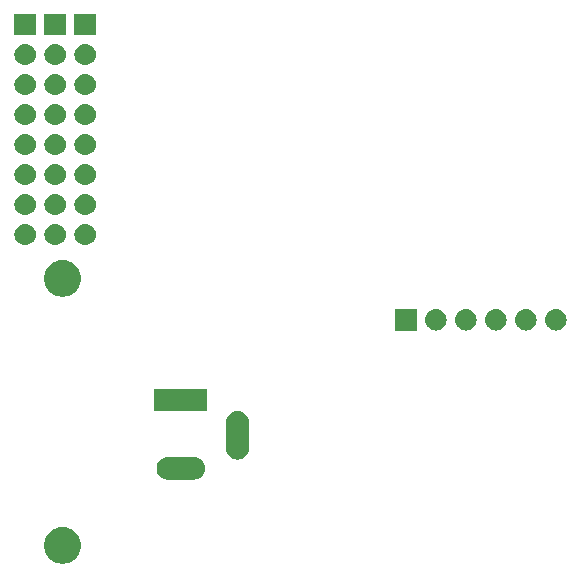
<source format=gbr>
G04 #@! TF.GenerationSoftware,KiCad,Pcbnew,5.1.1-8be2ce7~80~ubuntu18.04.1*
G04 #@! TF.CreationDate,2019-05-08T10:27:23+07:00*
G04 #@! TF.ProjectId,driver-servo-esp32,64726976-6572-42d7-9365-72766f2d6573,rev?*
G04 #@! TF.SameCoordinates,Original*
G04 #@! TF.FileFunction,Soldermask,Bot*
G04 #@! TF.FilePolarity,Negative*
%FSLAX46Y46*%
G04 Gerber Fmt 4.6, Leading zero omitted, Abs format (unit mm)*
G04 Created by KiCad (PCBNEW 5.1.1-8be2ce7~80~ubuntu18.04.1) date 2019-05-08 10:27:23*
%MOMM*%
%LPD*%
G04 APERTURE LIST*
%ADD10C,0.100000*%
G04 APERTURE END LIST*
D10*
G36*
X100911985Y-142567002D02*
G01*
X101061810Y-142596804D01*
X101344074Y-142713721D01*
X101598105Y-142883459D01*
X101814141Y-143099495D01*
X101983879Y-143353526D01*
X102100796Y-143635790D01*
X102160400Y-143935440D01*
X102160400Y-144240960D01*
X102100796Y-144540610D01*
X101983879Y-144822874D01*
X101814141Y-145076905D01*
X101598105Y-145292941D01*
X101344074Y-145462679D01*
X101061810Y-145579596D01*
X100911985Y-145609398D01*
X100762161Y-145639200D01*
X100456639Y-145639200D01*
X100306815Y-145609398D01*
X100156990Y-145579596D01*
X99874726Y-145462679D01*
X99620695Y-145292941D01*
X99404659Y-145076905D01*
X99234921Y-144822874D01*
X99118004Y-144540610D01*
X99058400Y-144240960D01*
X99058400Y-143935440D01*
X99118004Y-143635790D01*
X99234921Y-143353526D01*
X99404659Y-143099495D01*
X99620695Y-142883459D01*
X99874726Y-142713721D01*
X100156990Y-142596804D01*
X100306815Y-142567002D01*
X100456639Y-142537200D01*
X100762161Y-142537200D01*
X100911985Y-142567002D01*
X100911985Y-142567002D01*
G37*
G36*
X111928825Y-136637960D02*
G01*
X111928828Y-136637961D01*
X111928829Y-136637961D01*
X112108093Y-136692340D01*
X112108096Y-136692342D01*
X112108097Y-136692342D01*
X112273303Y-136780646D01*
X112418112Y-136899488D01*
X112536954Y-137044297D01*
X112625258Y-137209503D01*
X112625260Y-137209507D01*
X112679639Y-137388771D01*
X112679640Y-137388775D01*
X112698001Y-137575200D01*
X112679640Y-137761625D01*
X112679639Y-137761628D01*
X112679639Y-137761629D01*
X112625260Y-137940893D01*
X112625258Y-137940896D01*
X112625258Y-137940897D01*
X112536954Y-138106103D01*
X112418112Y-138250912D01*
X112273303Y-138369754D01*
X112108097Y-138458058D01*
X112108093Y-138458060D01*
X111928829Y-138512439D01*
X111928828Y-138512439D01*
X111928825Y-138512440D01*
X111789118Y-138526200D01*
X109495682Y-138526200D01*
X109355975Y-138512440D01*
X109355972Y-138512439D01*
X109355971Y-138512439D01*
X109176707Y-138458060D01*
X109176703Y-138458058D01*
X109011497Y-138369754D01*
X108866688Y-138250912D01*
X108747846Y-138106103D01*
X108659542Y-137940897D01*
X108659542Y-137940896D01*
X108659540Y-137940893D01*
X108605161Y-137761629D01*
X108605161Y-137761628D01*
X108605160Y-137761625D01*
X108586799Y-137575200D01*
X108605160Y-137388775D01*
X108605161Y-137388771D01*
X108659540Y-137209507D01*
X108659542Y-137209503D01*
X108747846Y-137044297D01*
X108866688Y-136899488D01*
X109011497Y-136780646D01*
X109176703Y-136692342D01*
X109176704Y-136692342D01*
X109176707Y-136692340D01*
X109355971Y-136637961D01*
X109355972Y-136637961D01*
X109355975Y-136637960D01*
X109495682Y-136624200D01*
X111789118Y-136624200D01*
X111928825Y-136637960D01*
X111928825Y-136637960D01*
G37*
G36*
X115628824Y-132737960D02*
G01*
X115628827Y-132737961D01*
X115628828Y-132737961D01*
X115808092Y-132792340D01*
X115808095Y-132792342D01*
X115808096Y-132792342D01*
X115973303Y-132880646D01*
X116118112Y-132999488D01*
X116236954Y-133144297D01*
X116325258Y-133309503D01*
X116325260Y-133309507D01*
X116325260Y-133309508D01*
X116379640Y-133488775D01*
X116393400Y-133628482D01*
X116393400Y-135921918D01*
X116379640Y-136061625D01*
X116379639Y-136061628D01*
X116379639Y-136061629D01*
X116325260Y-136240893D01*
X116325258Y-136240896D01*
X116325258Y-136240897D01*
X116236954Y-136406103D01*
X116118112Y-136550912D01*
X115973303Y-136669754D01*
X115808097Y-136758058D01*
X115808093Y-136758060D01*
X115628829Y-136812439D01*
X115628828Y-136812439D01*
X115628825Y-136812440D01*
X115442400Y-136830801D01*
X115255976Y-136812440D01*
X115255973Y-136812439D01*
X115255972Y-136812439D01*
X115076708Y-136758060D01*
X115076704Y-136758058D01*
X114911498Y-136669754D01*
X114766689Y-136550912D01*
X114647847Y-136406103D01*
X114559543Y-136240897D01*
X114559543Y-136240896D01*
X114559541Y-136240893D01*
X114505162Y-136061629D01*
X114505162Y-136061628D01*
X114505161Y-136061625D01*
X114491401Y-135921918D01*
X114491400Y-133628483D01*
X114505160Y-133488776D01*
X114505161Y-133488772D01*
X114559540Y-133309508D01*
X114559543Y-133309503D01*
X114647846Y-133144297D01*
X114766688Y-132999488D01*
X114911497Y-132880646D01*
X115076703Y-132792342D01*
X115076704Y-132792342D01*
X115076707Y-132792340D01*
X115255971Y-132737961D01*
X115255972Y-132737961D01*
X115255975Y-132737960D01*
X115442400Y-132719599D01*
X115628824Y-132737960D01*
X115628824Y-132737960D01*
G37*
G36*
X112893400Y-132726200D02*
G01*
X108391400Y-132726200D01*
X108391400Y-130824200D01*
X112893400Y-130824200D01*
X112893400Y-132726200D01*
X112893400Y-132726200D01*
G37*
G36*
X139970443Y-124105519D02*
G01*
X140036627Y-124112037D01*
X140206466Y-124163557D01*
X140362991Y-124247222D01*
X140398729Y-124276552D01*
X140500186Y-124359814D01*
X140583448Y-124461271D01*
X140612778Y-124497009D01*
X140696443Y-124653534D01*
X140747963Y-124823373D01*
X140765359Y-125000000D01*
X140747963Y-125176627D01*
X140696443Y-125346466D01*
X140612778Y-125502991D01*
X140583448Y-125538729D01*
X140500186Y-125640186D01*
X140398729Y-125723448D01*
X140362991Y-125752778D01*
X140206466Y-125836443D01*
X140036627Y-125887963D01*
X139970443Y-125894481D01*
X139904260Y-125901000D01*
X139815740Y-125901000D01*
X139749557Y-125894481D01*
X139683373Y-125887963D01*
X139513534Y-125836443D01*
X139357009Y-125752778D01*
X139321271Y-125723448D01*
X139219814Y-125640186D01*
X139136552Y-125538729D01*
X139107222Y-125502991D01*
X139023557Y-125346466D01*
X138972037Y-125176627D01*
X138954641Y-125000000D01*
X138972037Y-124823373D01*
X139023557Y-124653534D01*
X139107222Y-124497009D01*
X139136552Y-124461271D01*
X139219814Y-124359814D01*
X139321271Y-124276552D01*
X139357009Y-124247222D01*
X139513534Y-124163557D01*
X139683373Y-124112037D01*
X139749557Y-124105519D01*
X139815740Y-124099000D01*
X139904260Y-124099000D01*
X139970443Y-124105519D01*
X139970443Y-124105519D01*
G37*
G36*
X137430443Y-124105519D02*
G01*
X137496627Y-124112037D01*
X137666466Y-124163557D01*
X137822991Y-124247222D01*
X137858729Y-124276552D01*
X137960186Y-124359814D01*
X138043448Y-124461271D01*
X138072778Y-124497009D01*
X138156443Y-124653534D01*
X138207963Y-124823373D01*
X138225359Y-125000000D01*
X138207963Y-125176627D01*
X138156443Y-125346466D01*
X138072778Y-125502991D01*
X138043448Y-125538729D01*
X137960186Y-125640186D01*
X137858729Y-125723448D01*
X137822991Y-125752778D01*
X137666466Y-125836443D01*
X137496627Y-125887963D01*
X137430443Y-125894481D01*
X137364260Y-125901000D01*
X137275740Y-125901000D01*
X137209557Y-125894481D01*
X137143373Y-125887963D01*
X136973534Y-125836443D01*
X136817009Y-125752778D01*
X136781271Y-125723448D01*
X136679814Y-125640186D01*
X136596552Y-125538729D01*
X136567222Y-125502991D01*
X136483557Y-125346466D01*
X136432037Y-125176627D01*
X136414641Y-125000000D01*
X136432037Y-124823373D01*
X136483557Y-124653534D01*
X136567222Y-124497009D01*
X136596552Y-124461271D01*
X136679814Y-124359814D01*
X136781271Y-124276552D01*
X136817009Y-124247222D01*
X136973534Y-124163557D01*
X137143373Y-124112037D01*
X137209557Y-124105519D01*
X137275740Y-124099000D01*
X137364260Y-124099000D01*
X137430443Y-124105519D01*
X137430443Y-124105519D01*
G37*
G36*
X134890443Y-124105519D02*
G01*
X134956627Y-124112037D01*
X135126466Y-124163557D01*
X135282991Y-124247222D01*
X135318729Y-124276552D01*
X135420186Y-124359814D01*
X135503448Y-124461271D01*
X135532778Y-124497009D01*
X135616443Y-124653534D01*
X135667963Y-124823373D01*
X135685359Y-125000000D01*
X135667963Y-125176627D01*
X135616443Y-125346466D01*
X135532778Y-125502991D01*
X135503448Y-125538729D01*
X135420186Y-125640186D01*
X135318729Y-125723448D01*
X135282991Y-125752778D01*
X135126466Y-125836443D01*
X134956627Y-125887963D01*
X134890443Y-125894481D01*
X134824260Y-125901000D01*
X134735740Y-125901000D01*
X134669557Y-125894481D01*
X134603373Y-125887963D01*
X134433534Y-125836443D01*
X134277009Y-125752778D01*
X134241271Y-125723448D01*
X134139814Y-125640186D01*
X134056552Y-125538729D01*
X134027222Y-125502991D01*
X133943557Y-125346466D01*
X133892037Y-125176627D01*
X133874641Y-125000000D01*
X133892037Y-124823373D01*
X133943557Y-124653534D01*
X134027222Y-124497009D01*
X134056552Y-124461271D01*
X134139814Y-124359814D01*
X134241271Y-124276552D01*
X134277009Y-124247222D01*
X134433534Y-124163557D01*
X134603373Y-124112037D01*
X134669557Y-124105519D01*
X134735740Y-124099000D01*
X134824260Y-124099000D01*
X134890443Y-124105519D01*
X134890443Y-124105519D01*
G37*
G36*
X132350443Y-124105519D02*
G01*
X132416627Y-124112037D01*
X132586466Y-124163557D01*
X132742991Y-124247222D01*
X132778729Y-124276552D01*
X132880186Y-124359814D01*
X132963448Y-124461271D01*
X132992778Y-124497009D01*
X133076443Y-124653534D01*
X133127963Y-124823373D01*
X133145359Y-125000000D01*
X133127963Y-125176627D01*
X133076443Y-125346466D01*
X132992778Y-125502991D01*
X132963448Y-125538729D01*
X132880186Y-125640186D01*
X132778729Y-125723448D01*
X132742991Y-125752778D01*
X132586466Y-125836443D01*
X132416627Y-125887963D01*
X132350443Y-125894481D01*
X132284260Y-125901000D01*
X132195740Y-125901000D01*
X132129557Y-125894481D01*
X132063373Y-125887963D01*
X131893534Y-125836443D01*
X131737009Y-125752778D01*
X131701271Y-125723448D01*
X131599814Y-125640186D01*
X131516552Y-125538729D01*
X131487222Y-125502991D01*
X131403557Y-125346466D01*
X131352037Y-125176627D01*
X131334641Y-125000000D01*
X131352037Y-124823373D01*
X131403557Y-124653534D01*
X131487222Y-124497009D01*
X131516552Y-124461271D01*
X131599814Y-124359814D01*
X131701271Y-124276552D01*
X131737009Y-124247222D01*
X131893534Y-124163557D01*
X132063373Y-124112037D01*
X132129557Y-124105519D01*
X132195740Y-124099000D01*
X132284260Y-124099000D01*
X132350443Y-124105519D01*
X132350443Y-124105519D01*
G37*
G36*
X130601000Y-125901000D02*
G01*
X128799000Y-125901000D01*
X128799000Y-124099000D01*
X130601000Y-124099000D01*
X130601000Y-125901000D01*
X130601000Y-125901000D01*
G37*
G36*
X142510443Y-124105519D02*
G01*
X142576627Y-124112037D01*
X142746466Y-124163557D01*
X142902991Y-124247222D01*
X142938729Y-124276552D01*
X143040186Y-124359814D01*
X143123448Y-124461271D01*
X143152778Y-124497009D01*
X143236443Y-124653534D01*
X143287963Y-124823373D01*
X143305359Y-125000000D01*
X143287963Y-125176627D01*
X143236443Y-125346466D01*
X143152778Y-125502991D01*
X143123448Y-125538729D01*
X143040186Y-125640186D01*
X142938729Y-125723448D01*
X142902991Y-125752778D01*
X142746466Y-125836443D01*
X142576627Y-125887963D01*
X142510443Y-125894481D01*
X142444260Y-125901000D01*
X142355740Y-125901000D01*
X142289557Y-125894481D01*
X142223373Y-125887963D01*
X142053534Y-125836443D01*
X141897009Y-125752778D01*
X141861271Y-125723448D01*
X141759814Y-125640186D01*
X141676552Y-125538729D01*
X141647222Y-125502991D01*
X141563557Y-125346466D01*
X141512037Y-125176627D01*
X141494641Y-125000000D01*
X141512037Y-124823373D01*
X141563557Y-124653534D01*
X141647222Y-124497009D01*
X141676552Y-124461271D01*
X141759814Y-124359814D01*
X141861271Y-124276552D01*
X141897009Y-124247222D01*
X142053534Y-124163557D01*
X142223373Y-124112037D01*
X142289557Y-124105519D01*
X142355740Y-124099000D01*
X142444260Y-124099000D01*
X142510443Y-124105519D01*
X142510443Y-124105519D01*
G37*
G36*
X100911985Y-119967002D02*
G01*
X101061810Y-119996804D01*
X101344074Y-120113721D01*
X101598105Y-120283459D01*
X101814141Y-120499495D01*
X101983879Y-120753526D01*
X102100796Y-121035790D01*
X102160400Y-121335440D01*
X102160400Y-121640960D01*
X102100796Y-121940610D01*
X101983879Y-122222874D01*
X101814141Y-122476905D01*
X101598105Y-122692941D01*
X101344074Y-122862679D01*
X101061810Y-122979596D01*
X100911985Y-123009398D01*
X100762161Y-123039200D01*
X100456639Y-123039200D01*
X100306815Y-123009398D01*
X100156990Y-122979596D01*
X99874726Y-122862679D01*
X99620695Y-122692941D01*
X99404659Y-122476905D01*
X99234921Y-122222874D01*
X99118004Y-121940610D01*
X99058400Y-121640960D01*
X99058400Y-121335440D01*
X99118004Y-121035790D01*
X99234921Y-120753526D01*
X99404659Y-120499495D01*
X99620695Y-120283459D01*
X99874726Y-120113721D01*
X100156990Y-119996804D01*
X100306815Y-119967002D01*
X100456639Y-119937200D01*
X100762161Y-119937200D01*
X100911985Y-119967002D01*
X100911985Y-119967002D01*
G37*
G36*
X97570442Y-116885518D02*
G01*
X97636627Y-116892037D01*
X97806466Y-116943557D01*
X97962991Y-117027222D01*
X97998729Y-117056552D01*
X98100186Y-117139814D01*
X98183448Y-117241271D01*
X98212778Y-117277009D01*
X98296443Y-117433534D01*
X98347963Y-117603373D01*
X98365359Y-117780000D01*
X98347963Y-117956627D01*
X98296443Y-118126466D01*
X98212778Y-118282991D01*
X98183448Y-118318729D01*
X98100186Y-118420186D01*
X97998729Y-118503448D01*
X97962991Y-118532778D01*
X97806466Y-118616443D01*
X97636627Y-118667963D01*
X97570442Y-118674482D01*
X97504260Y-118681000D01*
X97415740Y-118681000D01*
X97349558Y-118674482D01*
X97283373Y-118667963D01*
X97113534Y-118616443D01*
X96957009Y-118532778D01*
X96921271Y-118503448D01*
X96819814Y-118420186D01*
X96736552Y-118318729D01*
X96707222Y-118282991D01*
X96623557Y-118126466D01*
X96572037Y-117956627D01*
X96554641Y-117780000D01*
X96572037Y-117603373D01*
X96623557Y-117433534D01*
X96707222Y-117277009D01*
X96736552Y-117241271D01*
X96819814Y-117139814D01*
X96921271Y-117056552D01*
X96957009Y-117027222D01*
X97113534Y-116943557D01*
X97283373Y-116892037D01*
X97349558Y-116885518D01*
X97415740Y-116879000D01*
X97504260Y-116879000D01*
X97570442Y-116885518D01*
X97570442Y-116885518D01*
G37*
G36*
X100110442Y-116885518D02*
G01*
X100176627Y-116892037D01*
X100346466Y-116943557D01*
X100502991Y-117027222D01*
X100538729Y-117056552D01*
X100640186Y-117139814D01*
X100723448Y-117241271D01*
X100752778Y-117277009D01*
X100836443Y-117433534D01*
X100887963Y-117603373D01*
X100905359Y-117780000D01*
X100887963Y-117956627D01*
X100836443Y-118126466D01*
X100752778Y-118282991D01*
X100723448Y-118318729D01*
X100640186Y-118420186D01*
X100538729Y-118503448D01*
X100502991Y-118532778D01*
X100346466Y-118616443D01*
X100176627Y-118667963D01*
X100110442Y-118674482D01*
X100044260Y-118681000D01*
X99955740Y-118681000D01*
X99889558Y-118674482D01*
X99823373Y-118667963D01*
X99653534Y-118616443D01*
X99497009Y-118532778D01*
X99461271Y-118503448D01*
X99359814Y-118420186D01*
X99276552Y-118318729D01*
X99247222Y-118282991D01*
X99163557Y-118126466D01*
X99112037Y-117956627D01*
X99094641Y-117780000D01*
X99112037Y-117603373D01*
X99163557Y-117433534D01*
X99247222Y-117277009D01*
X99276552Y-117241271D01*
X99359814Y-117139814D01*
X99461271Y-117056552D01*
X99497009Y-117027222D01*
X99653534Y-116943557D01*
X99823373Y-116892037D01*
X99889558Y-116885518D01*
X99955740Y-116879000D01*
X100044260Y-116879000D01*
X100110442Y-116885518D01*
X100110442Y-116885518D01*
G37*
G36*
X102650442Y-116885518D02*
G01*
X102716627Y-116892037D01*
X102886466Y-116943557D01*
X103042991Y-117027222D01*
X103078729Y-117056552D01*
X103180186Y-117139814D01*
X103263448Y-117241271D01*
X103292778Y-117277009D01*
X103376443Y-117433534D01*
X103427963Y-117603373D01*
X103445359Y-117780000D01*
X103427963Y-117956627D01*
X103376443Y-118126466D01*
X103292778Y-118282991D01*
X103263448Y-118318729D01*
X103180186Y-118420186D01*
X103078729Y-118503448D01*
X103042991Y-118532778D01*
X102886466Y-118616443D01*
X102716627Y-118667963D01*
X102650442Y-118674482D01*
X102584260Y-118681000D01*
X102495740Y-118681000D01*
X102429558Y-118674482D01*
X102363373Y-118667963D01*
X102193534Y-118616443D01*
X102037009Y-118532778D01*
X102001271Y-118503448D01*
X101899814Y-118420186D01*
X101816552Y-118318729D01*
X101787222Y-118282991D01*
X101703557Y-118126466D01*
X101652037Y-117956627D01*
X101634641Y-117780000D01*
X101652037Y-117603373D01*
X101703557Y-117433534D01*
X101787222Y-117277009D01*
X101816552Y-117241271D01*
X101899814Y-117139814D01*
X102001271Y-117056552D01*
X102037009Y-117027222D01*
X102193534Y-116943557D01*
X102363373Y-116892037D01*
X102429558Y-116885518D01*
X102495740Y-116879000D01*
X102584260Y-116879000D01*
X102650442Y-116885518D01*
X102650442Y-116885518D01*
G37*
G36*
X100110443Y-114345519D02*
G01*
X100176627Y-114352037D01*
X100346466Y-114403557D01*
X100502991Y-114487222D01*
X100538729Y-114516552D01*
X100640186Y-114599814D01*
X100723448Y-114701271D01*
X100752778Y-114737009D01*
X100836443Y-114893534D01*
X100887963Y-115063373D01*
X100905359Y-115240000D01*
X100887963Y-115416627D01*
X100836443Y-115586466D01*
X100752778Y-115742991D01*
X100723448Y-115778729D01*
X100640186Y-115880186D01*
X100538729Y-115963448D01*
X100502991Y-115992778D01*
X100346466Y-116076443D01*
X100176627Y-116127963D01*
X100110442Y-116134482D01*
X100044260Y-116141000D01*
X99955740Y-116141000D01*
X99889558Y-116134482D01*
X99823373Y-116127963D01*
X99653534Y-116076443D01*
X99497009Y-115992778D01*
X99461271Y-115963448D01*
X99359814Y-115880186D01*
X99276552Y-115778729D01*
X99247222Y-115742991D01*
X99163557Y-115586466D01*
X99112037Y-115416627D01*
X99094641Y-115240000D01*
X99112037Y-115063373D01*
X99163557Y-114893534D01*
X99247222Y-114737009D01*
X99276552Y-114701271D01*
X99359814Y-114599814D01*
X99461271Y-114516552D01*
X99497009Y-114487222D01*
X99653534Y-114403557D01*
X99823373Y-114352037D01*
X99889557Y-114345519D01*
X99955740Y-114339000D01*
X100044260Y-114339000D01*
X100110443Y-114345519D01*
X100110443Y-114345519D01*
G37*
G36*
X97570443Y-114345519D02*
G01*
X97636627Y-114352037D01*
X97806466Y-114403557D01*
X97962991Y-114487222D01*
X97998729Y-114516552D01*
X98100186Y-114599814D01*
X98183448Y-114701271D01*
X98212778Y-114737009D01*
X98296443Y-114893534D01*
X98347963Y-115063373D01*
X98365359Y-115240000D01*
X98347963Y-115416627D01*
X98296443Y-115586466D01*
X98212778Y-115742991D01*
X98183448Y-115778729D01*
X98100186Y-115880186D01*
X97998729Y-115963448D01*
X97962991Y-115992778D01*
X97806466Y-116076443D01*
X97636627Y-116127963D01*
X97570442Y-116134482D01*
X97504260Y-116141000D01*
X97415740Y-116141000D01*
X97349558Y-116134482D01*
X97283373Y-116127963D01*
X97113534Y-116076443D01*
X96957009Y-115992778D01*
X96921271Y-115963448D01*
X96819814Y-115880186D01*
X96736552Y-115778729D01*
X96707222Y-115742991D01*
X96623557Y-115586466D01*
X96572037Y-115416627D01*
X96554641Y-115240000D01*
X96572037Y-115063373D01*
X96623557Y-114893534D01*
X96707222Y-114737009D01*
X96736552Y-114701271D01*
X96819814Y-114599814D01*
X96921271Y-114516552D01*
X96957009Y-114487222D01*
X97113534Y-114403557D01*
X97283373Y-114352037D01*
X97349557Y-114345519D01*
X97415740Y-114339000D01*
X97504260Y-114339000D01*
X97570443Y-114345519D01*
X97570443Y-114345519D01*
G37*
G36*
X102650443Y-114345519D02*
G01*
X102716627Y-114352037D01*
X102886466Y-114403557D01*
X103042991Y-114487222D01*
X103078729Y-114516552D01*
X103180186Y-114599814D01*
X103263448Y-114701271D01*
X103292778Y-114737009D01*
X103376443Y-114893534D01*
X103427963Y-115063373D01*
X103445359Y-115240000D01*
X103427963Y-115416627D01*
X103376443Y-115586466D01*
X103292778Y-115742991D01*
X103263448Y-115778729D01*
X103180186Y-115880186D01*
X103078729Y-115963448D01*
X103042991Y-115992778D01*
X102886466Y-116076443D01*
X102716627Y-116127963D01*
X102650442Y-116134482D01*
X102584260Y-116141000D01*
X102495740Y-116141000D01*
X102429558Y-116134482D01*
X102363373Y-116127963D01*
X102193534Y-116076443D01*
X102037009Y-115992778D01*
X102001271Y-115963448D01*
X101899814Y-115880186D01*
X101816552Y-115778729D01*
X101787222Y-115742991D01*
X101703557Y-115586466D01*
X101652037Y-115416627D01*
X101634641Y-115240000D01*
X101652037Y-115063373D01*
X101703557Y-114893534D01*
X101787222Y-114737009D01*
X101816552Y-114701271D01*
X101899814Y-114599814D01*
X102001271Y-114516552D01*
X102037009Y-114487222D01*
X102193534Y-114403557D01*
X102363373Y-114352037D01*
X102429557Y-114345519D01*
X102495740Y-114339000D01*
X102584260Y-114339000D01*
X102650443Y-114345519D01*
X102650443Y-114345519D01*
G37*
G36*
X102650442Y-111805518D02*
G01*
X102716627Y-111812037D01*
X102886466Y-111863557D01*
X103042991Y-111947222D01*
X103078729Y-111976552D01*
X103180186Y-112059814D01*
X103263448Y-112161271D01*
X103292778Y-112197009D01*
X103376443Y-112353534D01*
X103427963Y-112523373D01*
X103445359Y-112700000D01*
X103427963Y-112876627D01*
X103376443Y-113046466D01*
X103292778Y-113202991D01*
X103263448Y-113238729D01*
X103180186Y-113340186D01*
X103078729Y-113423448D01*
X103042991Y-113452778D01*
X102886466Y-113536443D01*
X102716627Y-113587963D01*
X102650443Y-113594481D01*
X102584260Y-113601000D01*
X102495740Y-113601000D01*
X102429557Y-113594481D01*
X102363373Y-113587963D01*
X102193534Y-113536443D01*
X102037009Y-113452778D01*
X102001271Y-113423448D01*
X101899814Y-113340186D01*
X101816552Y-113238729D01*
X101787222Y-113202991D01*
X101703557Y-113046466D01*
X101652037Y-112876627D01*
X101634641Y-112700000D01*
X101652037Y-112523373D01*
X101703557Y-112353534D01*
X101787222Y-112197009D01*
X101816552Y-112161271D01*
X101899814Y-112059814D01*
X102001271Y-111976552D01*
X102037009Y-111947222D01*
X102193534Y-111863557D01*
X102363373Y-111812037D01*
X102429558Y-111805518D01*
X102495740Y-111799000D01*
X102584260Y-111799000D01*
X102650442Y-111805518D01*
X102650442Y-111805518D01*
G37*
G36*
X100110442Y-111805518D02*
G01*
X100176627Y-111812037D01*
X100346466Y-111863557D01*
X100502991Y-111947222D01*
X100538729Y-111976552D01*
X100640186Y-112059814D01*
X100723448Y-112161271D01*
X100752778Y-112197009D01*
X100836443Y-112353534D01*
X100887963Y-112523373D01*
X100905359Y-112700000D01*
X100887963Y-112876627D01*
X100836443Y-113046466D01*
X100752778Y-113202991D01*
X100723448Y-113238729D01*
X100640186Y-113340186D01*
X100538729Y-113423448D01*
X100502991Y-113452778D01*
X100346466Y-113536443D01*
X100176627Y-113587963D01*
X100110443Y-113594481D01*
X100044260Y-113601000D01*
X99955740Y-113601000D01*
X99889557Y-113594481D01*
X99823373Y-113587963D01*
X99653534Y-113536443D01*
X99497009Y-113452778D01*
X99461271Y-113423448D01*
X99359814Y-113340186D01*
X99276552Y-113238729D01*
X99247222Y-113202991D01*
X99163557Y-113046466D01*
X99112037Y-112876627D01*
X99094641Y-112700000D01*
X99112037Y-112523373D01*
X99163557Y-112353534D01*
X99247222Y-112197009D01*
X99276552Y-112161271D01*
X99359814Y-112059814D01*
X99461271Y-111976552D01*
X99497009Y-111947222D01*
X99653534Y-111863557D01*
X99823373Y-111812037D01*
X99889558Y-111805518D01*
X99955740Y-111799000D01*
X100044260Y-111799000D01*
X100110442Y-111805518D01*
X100110442Y-111805518D01*
G37*
G36*
X97570442Y-111805518D02*
G01*
X97636627Y-111812037D01*
X97806466Y-111863557D01*
X97962991Y-111947222D01*
X97998729Y-111976552D01*
X98100186Y-112059814D01*
X98183448Y-112161271D01*
X98212778Y-112197009D01*
X98296443Y-112353534D01*
X98347963Y-112523373D01*
X98365359Y-112700000D01*
X98347963Y-112876627D01*
X98296443Y-113046466D01*
X98212778Y-113202991D01*
X98183448Y-113238729D01*
X98100186Y-113340186D01*
X97998729Y-113423448D01*
X97962991Y-113452778D01*
X97806466Y-113536443D01*
X97636627Y-113587963D01*
X97570443Y-113594481D01*
X97504260Y-113601000D01*
X97415740Y-113601000D01*
X97349557Y-113594481D01*
X97283373Y-113587963D01*
X97113534Y-113536443D01*
X96957009Y-113452778D01*
X96921271Y-113423448D01*
X96819814Y-113340186D01*
X96736552Y-113238729D01*
X96707222Y-113202991D01*
X96623557Y-113046466D01*
X96572037Y-112876627D01*
X96554641Y-112700000D01*
X96572037Y-112523373D01*
X96623557Y-112353534D01*
X96707222Y-112197009D01*
X96736552Y-112161271D01*
X96819814Y-112059814D01*
X96921271Y-111976552D01*
X96957009Y-111947222D01*
X97113534Y-111863557D01*
X97283373Y-111812037D01*
X97349558Y-111805518D01*
X97415740Y-111799000D01*
X97504260Y-111799000D01*
X97570442Y-111805518D01*
X97570442Y-111805518D01*
G37*
G36*
X97570442Y-109265518D02*
G01*
X97636627Y-109272037D01*
X97806466Y-109323557D01*
X97962991Y-109407222D01*
X97998729Y-109436552D01*
X98100186Y-109519814D01*
X98183448Y-109621271D01*
X98212778Y-109657009D01*
X98296443Y-109813534D01*
X98347963Y-109983373D01*
X98365359Y-110160000D01*
X98347963Y-110336627D01*
X98296443Y-110506466D01*
X98212778Y-110662991D01*
X98183448Y-110698729D01*
X98100186Y-110800186D01*
X97998729Y-110883448D01*
X97962991Y-110912778D01*
X97806466Y-110996443D01*
X97636627Y-111047963D01*
X97570442Y-111054482D01*
X97504260Y-111061000D01*
X97415740Y-111061000D01*
X97349558Y-111054482D01*
X97283373Y-111047963D01*
X97113534Y-110996443D01*
X96957009Y-110912778D01*
X96921271Y-110883448D01*
X96819814Y-110800186D01*
X96736552Y-110698729D01*
X96707222Y-110662991D01*
X96623557Y-110506466D01*
X96572037Y-110336627D01*
X96554641Y-110160000D01*
X96572037Y-109983373D01*
X96623557Y-109813534D01*
X96707222Y-109657009D01*
X96736552Y-109621271D01*
X96819814Y-109519814D01*
X96921271Y-109436552D01*
X96957009Y-109407222D01*
X97113534Y-109323557D01*
X97283373Y-109272037D01*
X97349558Y-109265518D01*
X97415740Y-109259000D01*
X97504260Y-109259000D01*
X97570442Y-109265518D01*
X97570442Y-109265518D01*
G37*
G36*
X100110442Y-109265518D02*
G01*
X100176627Y-109272037D01*
X100346466Y-109323557D01*
X100502991Y-109407222D01*
X100538729Y-109436552D01*
X100640186Y-109519814D01*
X100723448Y-109621271D01*
X100752778Y-109657009D01*
X100836443Y-109813534D01*
X100887963Y-109983373D01*
X100905359Y-110160000D01*
X100887963Y-110336627D01*
X100836443Y-110506466D01*
X100752778Y-110662991D01*
X100723448Y-110698729D01*
X100640186Y-110800186D01*
X100538729Y-110883448D01*
X100502991Y-110912778D01*
X100346466Y-110996443D01*
X100176627Y-111047963D01*
X100110442Y-111054482D01*
X100044260Y-111061000D01*
X99955740Y-111061000D01*
X99889558Y-111054482D01*
X99823373Y-111047963D01*
X99653534Y-110996443D01*
X99497009Y-110912778D01*
X99461271Y-110883448D01*
X99359814Y-110800186D01*
X99276552Y-110698729D01*
X99247222Y-110662991D01*
X99163557Y-110506466D01*
X99112037Y-110336627D01*
X99094641Y-110160000D01*
X99112037Y-109983373D01*
X99163557Y-109813534D01*
X99247222Y-109657009D01*
X99276552Y-109621271D01*
X99359814Y-109519814D01*
X99461271Y-109436552D01*
X99497009Y-109407222D01*
X99653534Y-109323557D01*
X99823373Y-109272037D01*
X99889558Y-109265518D01*
X99955740Y-109259000D01*
X100044260Y-109259000D01*
X100110442Y-109265518D01*
X100110442Y-109265518D01*
G37*
G36*
X102650442Y-109265518D02*
G01*
X102716627Y-109272037D01*
X102886466Y-109323557D01*
X103042991Y-109407222D01*
X103078729Y-109436552D01*
X103180186Y-109519814D01*
X103263448Y-109621271D01*
X103292778Y-109657009D01*
X103376443Y-109813534D01*
X103427963Y-109983373D01*
X103445359Y-110160000D01*
X103427963Y-110336627D01*
X103376443Y-110506466D01*
X103292778Y-110662991D01*
X103263448Y-110698729D01*
X103180186Y-110800186D01*
X103078729Y-110883448D01*
X103042991Y-110912778D01*
X102886466Y-110996443D01*
X102716627Y-111047963D01*
X102650442Y-111054482D01*
X102584260Y-111061000D01*
X102495740Y-111061000D01*
X102429558Y-111054482D01*
X102363373Y-111047963D01*
X102193534Y-110996443D01*
X102037009Y-110912778D01*
X102001271Y-110883448D01*
X101899814Y-110800186D01*
X101816552Y-110698729D01*
X101787222Y-110662991D01*
X101703557Y-110506466D01*
X101652037Y-110336627D01*
X101634641Y-110160000D01*
X101652037Y-109983373D01*
X101703557Y-109813534D01*
X101787222Y-109657009D01*
X101816552Y-109621271D01*
X101899814Y-109519814D01*
X102001271Y-109436552D01*
X102037009Y-109407222D01*
X102193534Y-109323557D01*
X102363373Y-109272037D01*
X102429558Y-109265518D01*
X102495740Y-109259000D01*
X102584260Y-109259000D01*
X102650442Y-109265518D01*
X102650442Y-109265518D01*
G37*
G36*
X97570443Y-106725519D02*
G01*
X97636627Y-106732037D01*
X97806466Y-106783557D01*
X97962991Y-106867222D01*
X97998729Y-106896552D01*
X98100186Y-106979814D01*
X98183448Y-107081271D01*
X98212778Y-107117009D01*
X98296443Y-107273534D01*
X98347963Y-107443373D01*
X98365359Y-107620000D01*
X98347963Y-107796627D01*
X98296443Y-107966466D01*
X98212778Y-108122991D01*
X98183448Y-108158729D01*
X98100186Y-108260186D01*
X97998729Y-108343448D01*
X97962991Y-108372778D01*
X97806466Y-108456443D01*
X97636627Y-108507963D01*
X97570442Y-108514482D01*
X97504260Y-108521000D01*
X97415740Y-108521000D01*
X97349558Y-108514482D01*
X97283373Y-108507963D01*
X97113534Y-108456443D01*
X96957009Y-108372778D01*
X96921271Y-108343448D01*
X96819814Y-108260186D01*
X96736552Y-108158729D01*
X96707222Y-108122991D01*
X96623557Y-107966466D01*
X96572037Y-107796627D01*
X96554641Y-107620000D01*
X96572037Y-107443373D01*
X96623557Y-107273534D01*
X96707222Y-107117009D01*
X96736552Y-107081271D01*
X96819814Y-106979814D01*
X96921271Y-106896552D01*
X96957009Y-106867222D01*
X97113534Y-106783557D01*
X97283373Y-106732037D01*
X97349557Y-106725519D01*
X97415740Y-106719000D01*
X97504260Y-106719000D01*
X97570443Y-106725519D01*
X97570443Y-106725519D01*
G37*
G36*
X102650443Y-106725519D02*
G01*
X102716627Y-106732037D01*
X102886466Y-106783557D01*
X103042991Y-106867222D01*
X103078729Y-106896552D01*
X103180186Y-106979814D01*
X103263448Y-107081271D01*
X103292778Y-107117009D01*
X103376443Y-107273534D01*
X103427963Y-107443373D01*
X103445359Y-107620000D01*
X103427963Y-107796627D01*
X103376443Y-107966466D01*
X103292778Y-108122991D01*
X103263448Y-108158729D01*
X103180186Y-108260186D01*
X103078729Y-108343448D01*
X103042991Y-108372778D01*
X102886466Y-108456443D01*
X102716627Y-108507963D01*
X102650442Y-108514482D01*
X102584260Y-108521000D01*
X102495740Y-108521000D01*
X102429558Y-108514482D01*
X102363373Y-108507963D01*
X102193534Y-108456443D01*
X102037009Y-108372778D01*
X102001271Y-108343448D01*
X101899814Y-108260186D01*
X101816552Y-108158729D01*
X101787222Y-108122991D01*
X101703557Y-107966466D01*
X101652037Y-107796627D01*
X101634641Y-107620000D01*
X101652037Y-107443373D01*
X101703557Y-107273534D01*
X101787222Y-107117009D01*
X101816552Y-107081271D01*
X101899814Y-106979814D01*
X102001271Y-106896552D01*
X102037009Y-106867222D01*
X102193534Y-106783557D01*
X102363373Y-106732037D01*
X102429557Y-106725519D01*
X102495740Y-106719000D01*
X102584260Y-106719000D01*
X102650443Y-106725519D01*
X102650443Y-106725519D01*
G37*
G36*
X100110443Y-106725519D02*
G01*
X100176627Y-106732037D01*
X100346466Y-106783557D01*
X100502991Y-106867222D01*
X100538729Y-106896552D01*
X100640186Y-106979814D01*
X100723448Y-107081271D01*
X100752778Y-107117009D01*
X100836443Y-107273534D01*
X100887963Y-107443373D01*
X100905359Y-107620000D01*
X100887963Y-107796627D01*
X100836443Y-107966466D01*
X100752778Y-108122991D01*
X100723448Y-108158729D01*
X100640186Y-108260186D01*
X100538729Y-108343448D01*
X100502991Y-108372778D01*
X100346466Y-108456443D01*
X100176627Y-108507963D01*
X100110442Y-108514482D01*
X100044260Y-108521000D01*
X99955740Y-108521000D01*
X99889558Y-108514482D01*
X99823373Y-108507963D01*
X99653534Y-108456443D01*
X99497009Y-108372778D01*
X99461271Y-108343448D01*
X99359814Y-108260186D01*
X99276552Y-108158729D01*
X99247222Y-108122991D01*
X99163557Y-107966466D01*
X99112037Y-107796627D01*
X99094641Y-107620000D01*
X99112037Y-107443373D01*
X99163557Y-107273534D01*
X99247222Y-107117009D01*
X99276552Y-107081271D01*
X99359814Y-106979814D01*
X99461271Y-106896552D01*
X99497009Y-106867222D01*
X99653534Y-106783557D01*
X99823373Y-106732037D01*
X99889557Y-106725519D01*
X99955740Y-106719000D01*
X100044260Y-106719000D01*
X100110443Y-106725519D01*
X100110443Y-106725519D01*
G37*
G36*
X102650443Y-104185519D02*
G01*
X102716627Y-104192037D01*
X102886466Y-104243557D01*
X103042991Y-104327222D01*
X103078729Y-104356552D01*
X103180186Y-104439814D01*
X103263448Y-104541271D01*
X103292778Y-104577009D01*
X103376443Y-104733534D01*
X103427963Y-104903373D01*
X103445359Y-105080000D01*
X103427963Y-105256627D01*
X103376443Y-105426466D01*
X103292778Y-105582991D01*
X103263448Y-105618729D01*
X103180186Y-105720186D01*
X103078729Y-105803448D01*
X103042991Y-105832778D01*
X102886466Y-105916443D01*
X102716627Y-105967963D01*
X102650443Y-105974481D01*
X102584260Y-105981000D01*
X102495740Y-105981000D01*
X102429557Y-105974481D01*
X102363373Y-105967963D01*
X102193534Y-105916443D01*
X102037009Y-105832778D01*
X102001271Y-105803448D01*
X101899814Y-105720186D01*
X101816552Y-105618729D01*
X101787222Y-105582991D01*
X101703557Y-105426466D01*
X101652037Y-105256627D01*
X101634641Y-105080000D01*
X101652037Y-104903373D01*
X101703557Y-104733534D01*
X101787222Y-104577009D01*
X101816552Y-104541271D01*
X101899814Y-104439814D01*
X102001271Y-104356552D01*
X102037009Y-104327222D01*
X102193534Y-104243557D01*
X102363373Y-104192037D01*
X102429557Y-104185519D01*
X102495740Y-104179000D01*
X102584260Y-104179000D01*
X102650443Y-104185519D01*
X102650443Y-104185519D01*
G37*
G36*
X97570443Y-104185519D02*
G01*
X97636627Y-104192037D01*
X97806466Y-104243557D01*
X97962991Y-104327222D01*
X97998729Y-104356552D01*
X98100186Y-104439814D01*
X98183448Y-104541271D01*
X98212778Y-104577009D01*
X98296443Y-104733534D01*
X98347963Y-104903373D01*
X98365359Y-105080000D01*
X98347963Y-105256627D01*
X98296443Y-105426466D01*
X98212778Y-105582991D01*
X98183448Y-105618729D01*
X98100186Y-105720186D01*
X97998729Y-105803448D01*
X97962991Y-105832778D01*
X97806466Y-105916443D01*
X97636627Y-105967963D01*
X97570443Y-105974481D01*
X97504260Y-105981000D01*
X97415740Y-105981000D01*
X97349557Y-105974481D01*
X97283373Y-105967963D01*
X97113534Y-105916443D01*
X96957009Y-105832778D01*
X96921271Y-105803448D01*
X96819814Y-105720186D01*
X96736552Y-105618729D01*
X96707222Y-105582991D01*
X96623557Y-105426466D01*
X96572037Y-105256627D01*
X96554641Y-105080000D01*
X96572037Y-104903373D01*
X96623557Y-104733534D01*
X96707222Y-104577009D01*
X96736552Y-104541271D01*
X96819814Y-104439814D01*
X96921271Y-104356552D01*
X96957009Y-104327222D01*
X97113534Y-104243557D01*
X97283373Y-104192037D01*
X97349557Y-104185519D01*
X97415740Y-104179000D01*
X97504260Y-104179000D01*
X97570443Y-104185519D01*
X97570443Y-104185519D01*
G37*
G36*
X100110443Y-104185519D02*
G01*
X100176627Y-104192037D01*
X100346466Y-104243557D01*
X100502991Y-104327222D01*
X100538729Y-104356552D01*
X100640186Y-104439814D01*
X100723448Y-104541271D01*
X100752778Y-104577009D01*
X100836443Y-104733534D01*
X100887963Y-104903373D01*
X100905359Y-105080000D01*
X100887963Y-105256627D01*
X100836443Y-105426466D01*
X100752778Y-105582991D01*
X100723448Y-105618729D01*
X100640186Y-105720186D01*
X100538729Y-105803448D01*
X100502991Y-105832778D01*
X100346466Y-105916443D01*
X100176627Y-105967963D01*
X100110443Y-105974481D01*
X100044260Y-105981000D01*
X99955740Y-105981000D01*
X99889557Y-105974481D01*
X99823373Y-105967963D01*
X99653534Y-105916443D01*
X99497009Y-105832778D01*
X99461271Y-105803448D01*
X99359814Y-105720186D01*
X99276552Y-105618729D01*
X99247222Y-105582991D01*
X99163557Y-105426466D01*
X99112037Y-105256627D01*
X99094641Y-105080000D01*
X99112037Y-104903373D01*
X99163557Y-104733534D01*
X99247222Y-104577009D01*
X99276552Y-104541271D01*
X99359814Y-104439814D01*
X99461271Y-104356552D01*
X99497009Y-104327222D01*
X99653534Y-104243557D01*
X99823373Y-104192037D01*
X99889557Y-104185519D01*
X99955740Y-104179000D01*
X100044260Y-104179000D01*
X100110443Y-104185519D01*
X100110443Y-104185519D01*
G37*
G36*
X100110442Y-101645518D02*
G01*
X100176627Y-101652037D01*
X100346466Y-101703557D01*
X100502991Y-101787222D01*
X100538729Y-101816552D01*
X100640186Y-101899814D01*
X100723448Y-102001271D01*
X100752778Y-102037009D01*
X100836443Y-102193534D01*
X100887963Y-102363373D01*
X100905359Y-102540000D01*
X100887963Y-102716627D01*
X100836443Y-102886466D01*
X100752778Y-103042991D01*
X100723448Y-103078729D01*
X100640186Y-103180186D01*
X100538729Y-103263448D01*
X100502991Y-103292778D01*
X100346466Y-103376443D01*
X100176627Y-103427963D01*
X100110442Y-103434482D01*
X100044260Y-103441000D01*
X99955740Y-103441000D01*
X99889558Y-103434482D01*
X99823373Y-103427963D01*
X99653534Y-103376443D01*
X99497009Y-103292778D01*
X99461271Y-103263448D01*
X99359814Y-103180186D01*
X99276552Y-103078729D01*
X99247222Y-103042991D01*
X99163557Y-102886466D01*
X99112037Y-102716627D01*
X99094641Y-102540000D01*
X99112037Y-102363373D01*
X99163557Y-102193534D01*
X99247222Y-102037009D01*
X99276552Y-102001271D01*
X99359814Y-101899814D01*
X99461271Y-101816552D01*
X99497009Y-101787222D01*
X99653534Y-101703557D01*
X99823373Y-101652037D01*
X99889557Y-101645519D01*
X99955740Y-101639000D01*
X100044260Y-101639000D01*
X100110442Y-101645518D01*
X100110442Y-101645518D01*
G37*
G36*
X97570442Y-101645518D02*
G01*
X97636627Y-101652037D01*
X97806466Y-101703557D01*
X97962991Y-101787222D01*
X97998729Y-101816552D01*
X98100186Y-101899814D01*
X98183448Y-102001271D01*
X98212778Y-102037009D01*
X98296443Y-102193534D01*
X98347963Y-102363373D01*
X98365359Y-102540000D01*
X98347963Y-102716627D01*
X98296443Y-102886466D01*
X98212778Y-103042991D01*
X98183448Y-103078729D01*
X98100186Y-103180186D01*
X97998729Y-103263448D01*
X97962991Y-103292778D01*
X97806466Y-103376443D01*
X97636627Y-103427963D01*
X97570442Y-103434482D01*
X97504260Y-103441000D01*
X97415740Y-103441000D01*
X97349558Y-103434482D01*
X97283373Y-103427963D01*
X97113534Y-103376443D01*
X96957009Y-103292778D01*
X96921271Y-103263448D01*
X96819814Y-103180186D01*
X96736552Y-103078729D01*
X96707222Y-103042991D01*
X96623557Y-102886466D01*
X96572037Y-102716627D01*
X96554641Y-102540000D01*
X96572037Y-102363373D01*
X96623557Y-102193534D01*
X96707222Y-102037009D01*
X96736552Y-102001271D01*
X96819814Y-101899814D01*
X96921271Y-101816552D01*
X96957009Y-101787222D01*
X97113534Y-101703557D01*
X97283373Y-101652037D01*
X97349557Y-101645519D01*
X97415740Y-101639000D01*
X97504260Y-101639000D01*
X97570442Y-101645518D01*
X97570442Y-101645518D01*
G37*
G36*
X102650442Y-101645518D02*
G01*
X102716627Y-101652037D01*
X102886466Y-101703557D01*
X103042991Y-101787222D01*
X103078729Y-101816552D01*
X103180186Y-101899814D01*
X103263448Y-102001271D01*
X103292778Y-102037009D01*
X103376443Y-102193534D01*
X103427963Y-102363373D01*
X103445359Y-102540000D01*
X103427963Y-102716627D01*
X103376443Y-102886466D01*
X103292778Y-103042991D01*
X103263448Y-103078729D01*
X103180186Y-103180186D01*
X103078729Y-103263448D01*
X103042991Y-103292778D01*
X102886466Y-103376443D01*
X102716627Y-103427963D01*
X102650442Y-103434482D01*
X102584260Y-103441000D01*
X102495740Y-103441000D01*
X102429558Y-103434482D01*
X102363373Y-103427963D01*
X102193534Y-103376443D01*
X102037009Y-103292778D01*
X102001271Y-103263448D01*
X101899814Y-103180186D01*
X101816552Y-103078729D01*
X101787222Y-103042991D01*
X101703557Y-102886466D01*
X101652037Y-102716627D01*
X101634641Y-102540000D01*
X101652037Y-102363373D01*
X101703557Y-102193534D01*
X101787222Y-102037009D01*
X101816552Y-102001271D01*
X101899814Y-101899814D01*
X102001271Y-101816552D01*
X102037009Y-101787222D01*
X102193534Y-101703557D01*
X102363373Y-101652037D01*
X102429557Y-101645519D01*
X102495740Y-101639000D01*
X102584260Y-101639000D01*
X102650442Y-101645518D01*
X102650442Y-101645518D01*
G37*
G36*
X103441000Y-100901000D02*
G01*
X101639000Y-100901000D01*
X101639000Y-99099000D01*
X103441000Y-99099000D01*
X103441000Y-100901000D01*
X103441000Y-100901000D01*
G37*
G36*
X98361000Y-100901000D02*
G01*
X96559000Y-100901000D01*
X96559000Y-99099000D01*
X98361000Y-99099000D01*
X98361000Y-100901000D01*
X98361000Y-100901000D01*
G37*
G36*
X100901000Y-100901000D02*
G01*
X99099000Y-100901000D01*
X99099000Y-99099000D01*
X100901000Y-99099000D01*
X100901000Y-100901000D01*
X100901000Y-100901000D01*
G37*
M02*

</source>
